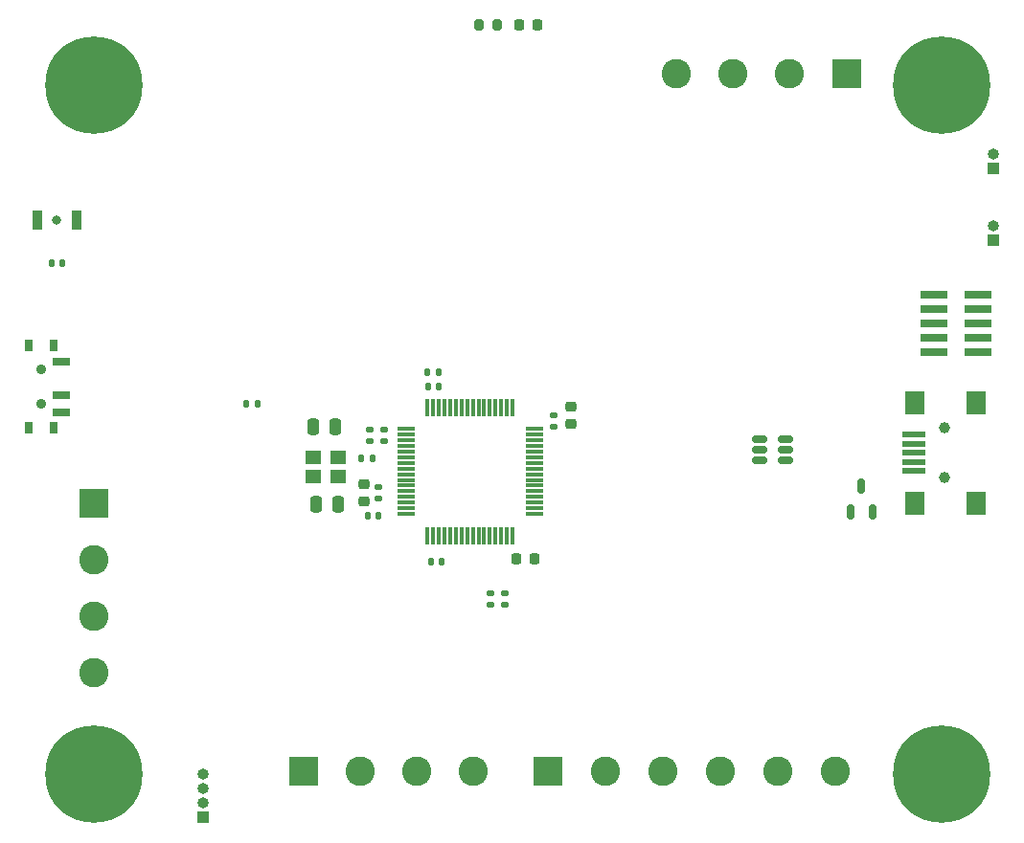
<source format=gbr>
%TF.GenerationSoftware,KiCad,Pcbnew,7.0.7*%
%TF.CreationDate,2023-10-17T18:40:51-05:00*%
%TF.ProjectId,stm32f405rgt6,73746d33-3266-4343-9035-726774362e6b,rev?*%
%TF.SameCoordinates,Original*%
%TF.FileFunction,Soldermask,Top*%
%TF.FilePolarity,Negative*%
%FSLAX46Y46*%
G04 Gerber Fmt 4.6, Leading zero omitted, Abs format (unit mm)*
G04 Created by KiCad (PCBNEW 7.0.7) date 2023-10-17 18:40:51*
%MOMM*%
%LPD*%
G01*
G04 APERTURE LIST*
G04 Aperture macros list*
%AMRoundRect*
0 Rectangle with rounded corners*
0 $1 Rounding radius*
0 $2 $3 $4 $5 $6 $7 $8 $9 X,Y pos of 4 corners*
0 Add a 4 corners polygon primitive as box body*
4,1,4,$2,$3,$4,$5,$6,$7,$8,$9,$2,$3,0*
0 Add four circle primitives for the rounded corners*
1,1,$1+$1,$2,$3*
1,1,$1+$1,$4,$5*
1,1,$1+$1,$6,$7*
1,1,$1+$1,$8,$9*
0 Add four rect primitives between the rounded corners*
20,1,$1+$1,$2,$3,$4,$5,0*
20,1,$1+$1,$4,$5,$6,$7,0*
20,1,$1+$1,$6,$7,$8,$9,0*
20,1,$1+$1,$8,$9,$2,$3,0*%
G04 Aperture macros list end*
%ADD10RoundRect,0.135000X0.135000X0.185000X-0.135000X0.185000X-0.135000X-0.185000X0.135000X-0.185000X0*%
%ADD11RoundRect,0.147500X-0.147500X-0.172500X0.147500X-0.172500X0.147500X0.172500X-0.147500X0.172500X0*%
%ADD12RoundRect,0.218750X-0.218750X-0.256250X0.218750X-0.256250X0.218750X0.256250X-0.218750X0.256250X0*%
%ADD13RoundRect,0.150000X0.150000X-0.512500X0.150000X0.512500X-0.150000X0.512500X-0.150000X-0.512500X0*%
%ADD14C,0.900000*%
%ADD15C,8.600000*%
%ADD16RoundRect,0.135000X-0.185000X0.135000X-0.185000X-0.135000X0.185000X-0.135000X0.185000X0.135000X0*%
%ADD17RoundRect,0.140000X0.140000X0.170000X-0.140000X0.170000X-0.140000X-0.170000X0.140000X-0.170000X0*%
%ADD18RoundRect,0.135000X0.185000X-0.135000X0.185000X0.135000X-0.185000X0.135000X-0.185000X-0.135000X0*%
%ADD19R,1.000000X1.000000*%
%ADD20O,1.000000X1.000000*%
%ADD21C,0.800000*%
%ADD22R,0.900000X1.700000*%
%ADD23R,0.800000X1.000000*%
%ADD24R,1.500000X0.700000*%
%ADD25RoundRect,0.140000X-0.140000X-0.170000X0.140000X-0.170000X0.140000X0.170000X-0.140000X0.170000X0*%
%ADD26RoundRect,0.140000X-0.170000X0.140000X-0.170000X-0.140000X0.170000X-0.140000X0.170000X0.140000X0*%
%ADD27R,2.600000X2.600000*%
%ADD28C,2.600000*%
%ADD29R,2.400000X0.740000*%
%ADD30RoundRect,0.140000X0.170000X-0.140000X0.170000X0.140000X-0.170000X0.140000X-0.170000X-0.140000X0*%
%ADD31R,1.400000X1.200000*%
%ADD32RoundRect,0.150000X0.512500X0.150000X-0.512500X0.150000X-0.512500X-0.150000X0.512500X-0.150000X0*%
%ADD33RoundRect,0.225000X0.250000X-0.225000X0.250000X0.225000X-0.250000X0.225000X-0.250000X-0.225000X0*%
%ADD34RoundRect,0.250000X0.250000X0.475000X-0.250000X0.475000X-0.250000X-0.475000X0.250000X-0.475000X0*%
%ADD35RoundRect,0.075000X-0.700000X-0.075000X0.700000X-0.075000X0.700000X0.075000X-0.700000X0.075000X0*%
%ADD36RoundRect,0.075000X-0.075000X-0.700000X0.075000X-0.700000X0.075000X0.700000X-0.075000X0.700000X0*%
%ADD37RoundRect,0.250000X-0.250000X-0.475000X0.250000X-0.475000X0.250000X0.475000X-0.250000X0.475000X0*%
%ADD38RoundRect,0.200000X0.200000X0.275000X-0.200000X0.275000X-0.200000X-0.275000X0.200000X-0.275000X0*%
%ADD39C,1.000000*%
%ADD40R,2.000000X0.500000*%
%ADD41R,1.700000X2.000000*%
%ADD42RoundRect,0.225000X-0.250000X0.225000X-0.250000X-0.225000X0.250000X-0.225000X0.250000X0.225000X0*%
%ADD43RoundRect,0.225000X-0.225000X-0.250000X0.225000X-0.250000X0.225000X0.250000X-0.225000X0.250000X0*%
G04 APERTURE END LIST*
D10*
%TO.C,R3*%
X144782000Y-95758000D03*
X143762000Y-95758000D03*
%TD*%
D11*
%TO.C,L1*%
X154455000Y-105664000D03*
X155425000Y-105664000D03*
%TD*%
D12*
%TO.C,D1*%
X167868500Y-62230000D03*
X169443500Y-62230000D03*
%TD*%
D13*
%TO.C,XC6206P332MR1*%
X197170000Y-105277500D03*
X199070000Y-105277500D03*
X198120000Y-103002500D03*
%TD*%
D14*
%TO.C,H4*%
X202007000Y-128524000D03*
X202951581Y-126243581D03*
X202951581Y-130804419D03*
X205232000Y-125299000D03*
D15*
X205232000Y-128524000D03*
D14*
X205232000Y-131749000D03*
X207512419Y-126243581D03*
X207512419Y-130804419D03*
X208457000Y-128524000D03*
%TD*%
D16*
%TO.C,R1*%
X166624000Y-112520000D03*
X166624000Y-113540000D03*
%TD*%
D17*
%TO.C,C9*%
X127484000Y-83312000D03*
X126524000Y-83312000D03*
%TD*%
D18*
%TO.C,R2*%
X165354000Y-113540000D03*
X165354000Y-112520000D03*
%TD*%
D10*
%TO.C,R4*%
X154942000Y-100584000D03*
X153922000Y-100584000D03*
%TD*%
D19*
%TO.C,J7*%
X209804000Y-81280000D03*
D20*
X209804000Y-80010000D03*
%TD*%
D14*
%TO.C,H3*%
X127077000Y-128524000D03*
X128021581Y-126243581D03*
X128021581Y-130804419D03*
X130302000Y-125299000D03*
D15*
X130302000Y-128524000D03*
D14*
X130302000Y-131749000D03*
X132582419Y-126243581D03*
X132582419Y-130804419D03*
X133527000Y-128524000D03*
%TD*%
D21*
%TO.C,SW1*%
X127000000Y-79502000D03*
D22*
X125300000Y-79502000D03*
X128700000Y-79502000D03*
%TD*%
D23*
%TO.C,SW2*%
X126731000Y-90584000D03*
X124521000Y-90584000D03*
D14*
X125621000Y-92734000D03*
X125621000Y-95734000D03*
D23*
X126731000Y-97884000D03*
X124521000Y-97884000D03*
D24*
X127381000Y-91984000D03*
X127381000Y-94984000D03*
X127381000Y-96484000D03*
%TD*%
D25*
%TO.C,C6*%
X159766000Y-92964000D03*
X160726000Y-92964000D03*
%TD*%
D26*
%TO.C,C5*%
X155956000Y-98072000D03*
X155956000Y-99032000D03*
%TD*%
D27*
%TO.C,I2C*%
X148830000Y-128270000D03*
D28*
X153830000Y-128270000D03*
X158830000Y-128270000D03*
X163830000Y-128270000D03*
%TD*%
D14*
%TO.C,H1*%
X202007000Y-67564000D03*
X202951581Y-65283581D03*
X202951581Y-69844419D03*
X205232000Y-64339000D03*
D15*
X205232000Y-67564000D03*
D14*
X205232000Y-70789000D03*
X207512419Y-65283581D03*
X207512419Y-69844419D03*
X208457000Y-67564000D03*
%TD*%
D29*
%TO.C,J2*%
X208452000Y-91186000D03*
X204552000Y-91186000D03*
X208452000Y-89916000D03*
X204552000Y-89916000D03*
X208452000Y-88646000D03*
X204552000Y-88646000D03*
X208452000Y-87376000D03*
X204552000Y-87376000D03*
X208452000Y-86106000D03*
X204552000Y-86106000D03*
%TD*%
D27*
%TO.C,J8*%
X196770000Y-66548000D03*
D28*
X191770000Y-66548000D03*
X186770000Y-66548000D03*
X181770000Y-66548000D03*
%TD*%
D25*
%TO.C,C2*%
X159794000Y-94234000D03*
X160754000Y-94234000D03*
%TD*%
D30*
%TO.C,C8*%
X155448000Y-104112000D03*
X155448000Y-103152000D03*
%TD*%
D31*
%TO.C,Y1*%
X151892000Y-100496000D03*
X149692000Y-100496000D03*
X149692000Y-102196000D03*
X151892000Y-102196000D03*
%TD*%
D32*
%TO.C,U1*%
X191383500Y-100772000D03*
X191383500Y-99822000D03*
X191383500Y-98872000D03*
X189108500Y-98872000D03*
X189108500Y-99822000D03*
X189108500Y-100772000D03*
%TD*%
D26*
%TO.C,C3*%
X170942000Y-96802000D03*
X170942000Y-97762000D03*
%TD*%
%TO.C,C1*%
X154686000Y-98072000D03*
X154686000Y-99032000D03*
%TD*%
D33*
%TO.C,C13*%
X172466000Y-97549000D03*
X172466000Y-95999000D03*
%TD*%
D27*
%TO.C,Analog Inputs*%
X130251000Y-104514000D03*
D28*
X130251000Y-109514000D03*
X130251000Y-114514000D03*
X130251000Y-119514000D03*
%TD*%
D27*
%TO.C,SPI*%
X170434000Y-128270000D03*
D28*
X175514000Y-128270000D03*
X180594000Y-128270000D03*
X185674000Y-128270000D03*
X190754000Y-128270000D03*
X195834000Y-128270000D03*
%TD*%
D34*
%TO.C,C10*%
X151572000Y-97790000D03*
X149672000Y-97790000D03*
%TD*%
D19*
%TO.C,J1*%
X139954000Y-132334000D03*
D20*
X139954000Y-131064000D03*
X139954000Y-129794000D03*
X139954000Y-128524000D03*
%TD*%
D14*
%TO.C,H2*%
X127077000Y-67564000D03*
X128021581Y-65283581D03*
X128021581Y-69844419D03*
X130302000Y-64339000D03*
D15*
X130302000Y-67564000D03*
D14*
X130302000Y-70789000D03*
X132582419Y-65283581D03*
X132582419Y-69844419D03*
X133527000Y-67564000D03*
%TD*%
D35*
%TO.C,U2*%
X157835000Y-97988000D03*
X157835000Y-98488000D03*
X157835000Y-98988000D03*
X157835000Y-99488000D03*
X157835000Y-99988000D03*
X157835000Y-100488000D03*
X157835000Y-100988000D03*
X157835000Y-101488000D03*
X157835000Y-101988000D03*
X157835000Y-102488000D03*
X157835000Y-102988000D03*
X157835000Y-103488000D03*
X157835000Y-103988000D03*
X157835000Y-104488000D03*
X157835000Y-104988000D03*
X157835000Y-105488000D03*
D36*
X159760000Y-107413000D03*
X160260000Y-107413000D03*
X160760000Y-107413000D03*
X161260000Y-107413000D03*
X161760000Y-107413000D03*
X162260000Y-107413000D03*
X162760000Y-107413000D03*
X163260000Y-107413000D03*
X163760000Y-107413000D03*
X164260000Y-107413000D03*
X164760000Y-107413000D03*
X165260000Y-107413000D03*
X165760000Y-107413000D03*
X166260000Y-107413000D03*
X166760000Y-107413000D03*
X167260000Y-107413000D03*
D35*
X169185000Y-105488000D03*
X169185000Y-104988000D03*
X169185000Y-104488000D03*
X169185000Y-103988000D03*
X169185000Y-103488000D03*
X169185000Y-102988000D03*
X169185000Y-102488000D03*
X169185000Y-101988000D03*
X169185000Y-101488000D03*
X169185000Y-100988000D03*
X169185000Y-100488000D03*
X169185000Y-99988000D03*
X169185000Y-99488000D03*
X169185000Y-98988000D03*
X169185000Y-98488000D03*
X169185000Y-97988000D03*
D36*
X167260000Y-96063000D03*
X166760000Y-96063000D03*
X166260000Y-96063000D03*
X165760000Y-96063000D03*
X165260000Y-96063000D03*
X164760000Y-96063000D03*
X164260000Y-96063000D03*
X163760000Y-96063000D03*
X163260000Y-96063000D03*
X162760000Y-96063000D03*
X162260000Y-96063000D03*
X161760000Y-96063000D03*
X161260000Y-96063000D03*
X160760000Y-96063000D03*
X160260000Y-96063000D03*
X159760000Y-96063000D03*
%TD*%
D17*
%TO.C,C4*%
X161008000Y-109728000D03*
X160048000Y-109728000D03*
%TD*%
D37*
%TO.C,C11*%
X149926000Y-104648000D03*
X151826000Y-104648000D03*
%TD*%
D19*
%TO.C,J9*%
X209804000Y-74930000D03*
D20*
X209804000Y-73660000D03*
%TD*%
D38*
%TO.C,R5*%
X165925000Y-62230000D03*
X164275000Y-62230000D03*
%TD*%
D39*
%TO.C,J4*%
X205427000Y-102276000D03*
X205427000Y-97876000D03*
D40*
X202727000Y-101676000D03*
X202727000Y-100876000D03*
X202727000Y-100076000D03*
X202727000Y-99276000D03*
X202727000Y-98476000D03*
D41*
X202827000Y-104526000D03*
X208277000Y-104526000D03*
X202827000Y-95626000D03*
X208277000Y-95626000D03*
%TD*%
D42*
%TO.C,C7*%
X154178000Y-102857000D03*
X154178000Y-104407000D03*
%TD*%
D43*
%TO.C,C12*%
X167627000Y-109474000D03*
X169177000Y-109474000D03*
%TD*%
M02*

</source>
